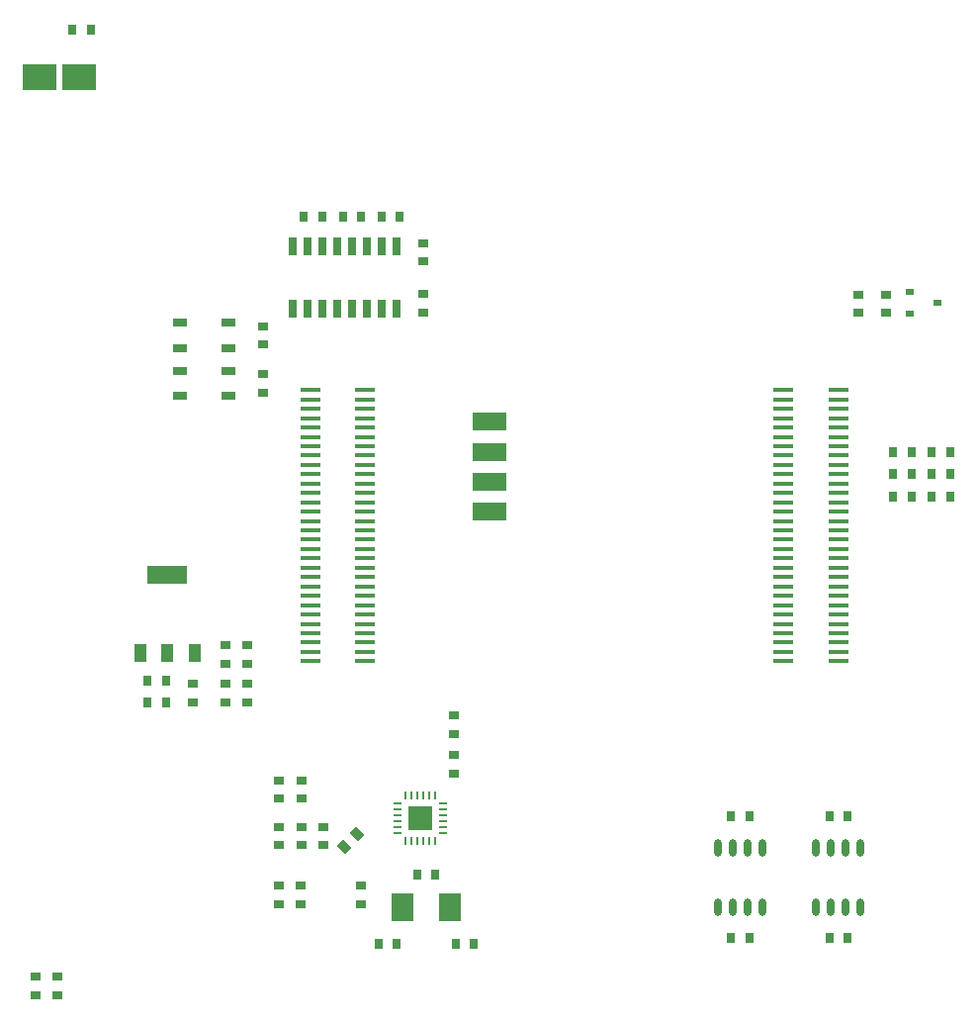
<source format=gtp>
G04*
G04 #@! TF.GenerationSoftware,Altium Limited,Altium Designer,22.0.2 (36)*
G04*
G04 Layer_Color=8421504*
%FSLAX24Y24*%
%MOIN*%
G70*
G04*
G04 #@! TF.SameCoordinates,F93A8220-4364-4606-9885-C94A037A3EBD*
G04*
G04*
G04 #@! TF.FilePolarity,Positive*
G04*
G01*
G75*
%ADD10O,0.0240X0.0600*%
%ADD11R,0.0315X0.0378*%
%ADD12R,0.0748X0.0945*%
%ADD13R,0.1181X0.0600*%
%ADD14R,0.0378X0.0315*%
%ADD15R,0.0300X0.0240*%
%ADD16R,0.0256X0.0591*%
%ADD17O,0.0098X0.0315*%
%ADD18O,0.0315X0.0098*%
%ADD19R,0.0787X0.0787*%
%ADD20R,0.0433X0.0610*%
%ADD21R,0.0433X0.0610*%
%ADD22R,0.1358X0.0610*%
%ADD23R,0.1122X0.0886*%
%ADD24R,0.0472X0.0256*%
G04:AMPARAMS|DCode=25|XSize=37.8mil|YSize=31.5mil|CornerRadius=0mil|HoleSize=0mil|Usage=FLASHONLY|Rotation=315.000|XOffset=0mil|YOffset=0mil|HoleType=Round|Shape=Rectangle|*
%AMROTATEDRECTD25*
4,1,4,-0.0245,0.0022,-0.0022,0.0245,0.0245,-0.0022,0.0022,-0.0245,-0.0245,0.0022,0.0*
%
%ADD25ROTATEDRECTD25*%

%ADD26R,0.0669X0.0118*%
D10*
X6340Y-10850D02*
D03*
X5840D02*
D03*
X5340D02*
D03*
X4840D02*
D03*
Y-12850D02*
D03*
X5340D02*
D03*
X5840D02*
D03*
X6340D02*
D03*
X9660D02*
D03*
X9160D02*
D03*
X8660D02*
D03*
X8160D02*
D03*
Y-10850D02*
D03*
X8660D02*
D03*
X9160D02*
D03*
X9660D02*
D03*
D11*
X5901Y-13900D02*
D03*
X5279D02*
D03*
X-6596Y-14100D02*
D03*
X-5974D02*
D03*
X-3374D02*
D03*
X-3996D02*
D03*
X-4674Y-11750D02*
D03*
X-5296D02*
D03*
X8599Y-13900D02*
D03*
X9221D02*
D03*
X12049Y2471D02*
D03*
X12671D02*
D03*
X11372D02*
D03*
X10750D02*
D03*
X12049Y1732D02*
D03*
X12671D02*
D03*
X11372Y993D02*
D03*
X10750D02*
D03*
X12049D02*
D03*
X12671D02*
D03*
X11372Y1732D02*
D03*
X10750D02*
D03*
X-13750Y-5211D02*
D03*
X-14372D02*
D03*
X8599Y-9805D02*
D03*
X9221D02*
D03*
X5901D02*
D03*
X5279D02*
D03*
X-6500Y10400D02*
D03*
X-5878D02*
D03*
X-7800D02*
D03*
X-7178D02*
D03*
X-16289Y16700D02*
D03*
X-16911D02*
D03*
X-9111Y10400D02*
D03*
X-8489D02*
D03*
X-14372Y-5950D02*
D03*
X-13750D02*
D03*
D12*
X-4178Y-12850D02*
D03*
X-5793D02*
D03*
D13*
X-2866Y475D02*
D03*
Y1475D02*
D03*
Y2475D02*
D03*
Y3525D02*
D03*
D14*
X-12850Y-5339D02*
D03*
Y-5961D02*
D03*
X9585Y7170D02*
D03*
Y7793D02*
D03*
X10520Y7170D02*
D03*
Y7793D02*
D03*
X-11011Y-4662D02*
D03*
Y-4040D02*
D03*
Y-5339D02*
D03*
Y-5961D02*
D03*
X-11750Y-4662D02*
D03*
Y-4040D02*
D03*
Y-5339D02*
D03*
Y-5961D02*
D03*
X-9939Y-10150D02*
D03*
Y-10772D02*
D03*
X-8461Y-10772D02*
D03*
Y-10150D02*
D03*
X-5100Y7811D02*
D03*
Y7189D02*
D03*
Y9522D02*
D03*
Y8900D02*
D03*
X-10500Y4489D02*
D03*
Y5111D02*
D03*
Y6722D02*
D03*
Y6100D02*
D03*
X-9950Y-12750D02*
D03*
Y-12128D02*
D03*
X-9939Y-8578D02*
D03*
Y-9200D02*
D03*
X-4050Y-7728D02*
D03*
Y-8350D02*
D03*
X-18150Y-15189D02*
D03*
Y-15811D02*
D03*
X-17411Y-15189D02*
D03*
Y-15811D02*
D03*
X-9211Y-12750D02*
D03*
Y-12128D02*
D03*
X-9200Y-8578D02*
D03*
Y-9200D02*
D03*
Y-10772D02*
D03*
Y-10150D02*
D03*
X-7200Y-12750D02*
D03*
Y-12128D02*
D03*
X-4050Y-6389D02*
D03*
Y-7011D02*
D03*
D15*
X11315Y7890D02*
D03*
Y7130D02*
D03*
X12255Y7510D02*
D03*
D16*
X-6000Y7296D02*
D03*
X-6500D02*
D03*
X-7000D02*
D03*
X-7500D02*
D03*
X-8000D02*
D03*
X-8500D02*
D03*
X-9000D02*
D03*
X-9500D02*
D03*
Y9422D02*
D03*
X-9000D02*
D03*
X-8500D02*
D03*
X-8000D02*
D03*
X-7500D02*
D03*
X-7000D02*
D03*
X-6500D02*
D03*
X-6000D02*
D03*
D17*
X-5674Y-10633D02*
D03*
X-5478D02*
D03*
X-5281D02*
D03*
X-5084D02*
D03*
X-4887D02*
D03*
X-4690D02*
D03*
Y-9098D02*
D03*
X-4887D02*
D03*
X-5084D02*
D03*
X-5281D02*
D03*
X-5478D02*
D03*
X-5674D02*
D03*
D18*
X-4415Y-10358D02*
D03*
Y-10161D02*
D03*
Y-9964D02*
D03*
Y-9767D02*
D03*
Y-9570D02*
D03*
Y-9373D02*
D03*
X-5950D02*
D03*
Y-9570D02*
D03*
Y-9767D02*
D03*
Y-9964D02*
D03*
Y-10161D02*
D03*
Y-10358D02*
D03*
D19*
X-5182Y-9866D02*
D03*
D20*
X-13706Y-4300D02*
D03*
X-12800D02*
D03*
D21*
X-14611Y-4300D02*
D03*
D22*
X-13706Y-1643D02*
D03*
D23*
X-18009Y15100D02*
D03*
X-16691D02*
D03*
D24*
X-11650Y4377D02*
D03*
Y5223D02*
D03*
X-13284D02*
D03*
Y4377D02*
D03*
Y6834D02*
D03*
Y5988D02*
D03*
X-11650D02*
D03*
Y6834D02*
D03*
D25*
X-7330Y-10380D02*
D03*
X-7770Y-10820D02*
D03*
D26*
X-7050Y4567D02*
D03*
X-8900Y-4567D02*
D03*
Y-4252D02*
D03*
Y-3937D02*
D03*
Y-3622D02*
D03*
Y-3307D02*
D03*
Y-2992D02*
D03*
Y-2677D02*
D03*
Y-2362D02*
D03*
Y-2047D02*
D03*
Y-1732D02*
D03*
Y-1417D02*
D03*
Y-1102D02*
D03*
Y-787D02*
D03*
Y-472D02*
D03*
Y-157D02*
D03*
Y157D02*
D03*
Y472D02*
D03*
Y787D02*
D03*
Y1102D02*
D03*
Y1417D02*
D03*
Y1732D02*
D03*
Y2047D02*
D03*
Y2362D02*
D03*
Y2677D02*
D03*
Y2992D02*
D03*
Y3307D02*
D03*
Y3622D02*
D03*
Y3937D02*
D03*
Y4252D02*
D03*
Y4567D02*
D03*
X-7050Y4252D02*
D03*
Y3937D02*
D03*
Y3622D02*
D03*
Y3307D02*
D03*
Y2992D02*
D03*
Y2677D02*
D03*
Y2362D02*
D03*
Y2047D02*
D03*
Y1732D02*
D03*
Y1417D02*
D03*
Y1102D02*
D03*
Y787D02*
D03*
Y472D02*
D03*
Y157D02*
D03*
Y-157D02*
D03*
Y-472D02*
D03*
Y-787D02*
D03*
Y-1102D02*
D03*
Y-1417D02*
D03*
Y-1732D02*
D03*
Y-2047D02*
D03*
Y-2362D02*
D03*
Y-2677D02*
D03*
Y-2992D02*
D03*
Y-3307D02*
D03*
Y-3622D02*
D03*
Y-3937D02*
D03*
Y-4252D02*
D03*
Y-4567D02*
D03*
X8900Y4567D02*
D03*
X7050Y-4567D02*
D03*
Y-4252D02*
D03*
Y-3937D02*
D03*
Y-3622D02*
D03*
Y-3307D02*
D03*
Y-2992D02*
D03*
Y-2677D02*
D03*
Y-2362D02*
D03*
Y-2047D02*
D03*
Y-1732D02*
D03*
Y-1417D02*
D03*
Y-1102D02*
D03*
Y-787D02*
D03*
Y-472D02*
D03*
Y-157D02*
D03*
Y157D02*
D03*
Y472D02*
D03*
Y787D02*
D03*
Y1102D02*
D03*
Y1417D02*
D03*
Y1732D02*
D03*
Y2047D02*
D03*
Y2362D02*
D03*
Y2677D02*
D03*
Y2992D02*
D03*
Y3307D02*
D03*
Y3622D02*
D03*
Y3937D02*
D03*
Y4252D02*
D03*
Y4567D02*
D03*
X8900Y4252D02*
D03*
Y3937D02*
D03*
Y3622D02*
D03*
Y3307D02*
D03*
Y2992D02*
D03*
Y2677D02*
D03*
Y2362D02*
D03*
Y2047D02*
D03*
Y1732D02*
D03*
Y1417D02*
D03*
Y1102D02*
D03*
Y787D02*
D03*
Y472D02*
D03*
Y157D02*
D03*
Y-157D02*
D03*
Y-472D02*
D03*
Y-787D02*
D03*
Y-1102D02*
D03*
Y-1417D02*
D03*
Y-1732D02*
D03*
Y-2047D02*
D03*
Y-2362D02*
D03*
Y-2677D02*
D03*
Y-2992D02*
D03*
Y-3307D02*
D03*
Y-3622D02*
D03*
Y-3937D02*
D03*
Y-4252D02*
D03*
Y-4567D02*
D03*
M02*

</source>
